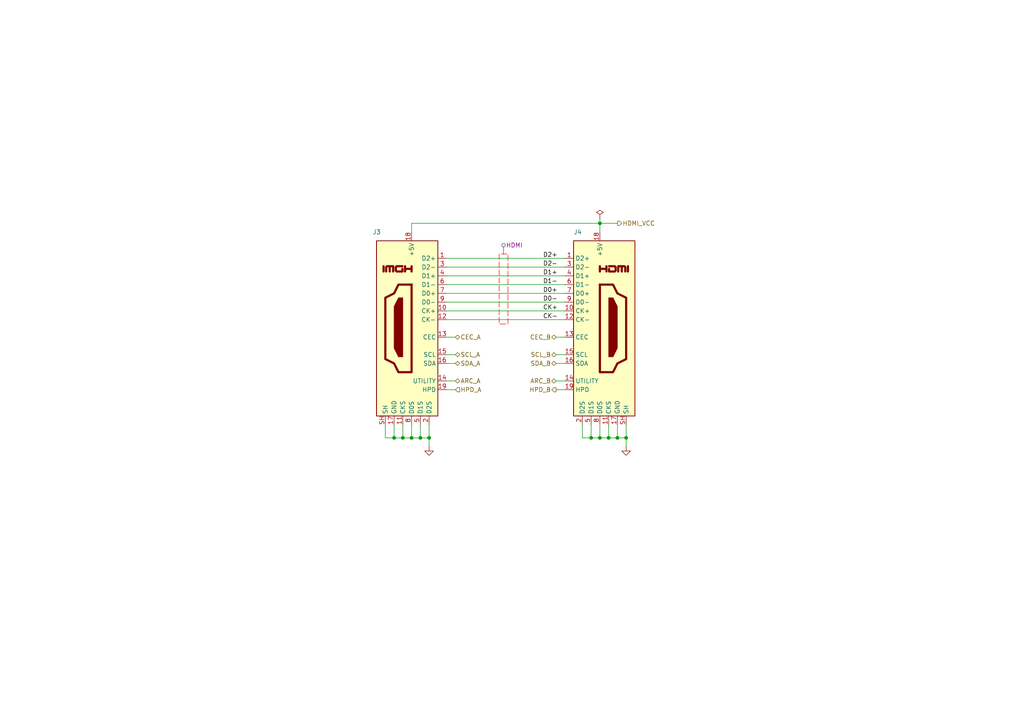
<source format=kicad_sch>
(kicad_sch (version 20250114) (generator "eeschema") (generator_version "9.0")
  (paper "A4")
  (lib_symbols
    (symbol "Connector:HDMI_A"
      (property "Reference" "J" (at -6.35 26.67 0))
      (property "Value" "HDMI_A" (at 10.16 26.67 0))
      (symbol "HDMI_A_0_0"
        (polyline (pts (xy 0 16.51) (xy 0 18.034) (xy 0 17.272) (xy 1.905 17.272) (xy 1.905 18.034) (xy 1.905 16.51)) (stroke (width 0.635)))
        (polyline (pts (xy 2.667 18.034) (xy 4.318 18.034) (xy 4.572 17.78) (xy 4.572 16.764) (xy 4.318 16.51) (xy 2.667 16.51) (xy 2.667 17.272)) (stroke (width 0.635)))
        (polyline (pts (xy 8.128 16.51) (xy 8.128 18.034)) (stroke (width 0.635)))
      )
      (symbol "HDMI_A_0_1"
        (rectangle (start -7.62 25.4) (end 10.16 -25.4) (stroke (width 0.254)) (fill (type background)))
        (polyline (pts (xy 0 12.7) (xy 0 -12.7) (xy 3.81 -12.7) (xy 5.08 -10.16) (xy 7.62 -8.89) (xy 7.62 8.89) (xy 5.08 10.16) (xy 3.81 12.7) (xy 0 12.7)) (stroke (width 0.635)))
        (polyline (pts (xy 2.54 8.89) (xy 3.81 8.89) (xy 5.08 6.35) (xy 5.08 -5.715) (xy 3.81 -8.255) (xy 2.54 -8.255) (xy 2.54 8.89)) (fill (type outline)))
        (polyline (pts (xy 5.334 16.51) (xy 5.334 18.034) (xy 6.35 18.034) (xy 6.35 16.51) (xy 6.35 18.034) (xy 7.112 18.034) (xy 7.366 17.78) (xy 7.366 16.51)) (stroke (width 0.635)))
      )
      (symbol "HDMI_A_1_1"
        (pin passive line (at -10.16 20.32 0) (length 2.54) (name "D2+") (number "1"))
        (pin passive line (at -10.16 17.78 0) (length 2.54) (name "D2-") (number "3"))
        (pin passive line (at -10.16 15.24 0) (length 2.54) (name "D1+") (number "4"))
        (pin passive line (at -10.16 12.7 0) (length 2.54) (name "D1-") (number "6"))
        (pin passive line (at -10.16 10.16 0) (length 2.54) (name "D0+") (number "7"))
        (pin passive line (at -10.16 7.62 0) (length 2.54) (name "D0-") (number "9"))
        (pin passive line (at -10.16 5.08 0) (length 2.54) (name "CK+") (number "10"))
        (pin passive line (at -10.16 2.54 0) (length 2.54) (name "CK-") (number "12"))
        (pin bidirectional line (at -10.16 -2.54 0) (length 2.54) (name "CEC") (number "13"))
        (pin passive line (at -10.16 -7.62 0) (length 2.54) (name "SCL") (number "15"))
        (pin bidirectional line (at -10.16 -10.16 0) (length 2.54) (name "SDA") (number "16"))
        (pin passive line (at -10.16 -15.24 0) (length 2.54) (name "UTILITY") (number "14"))
        (pin passive line (at -10.16 -17.78 0) (length 2.54) (name "HPD") (number "19"))
        (pin power_in line (at -5.08 -27.94 90) (length 2.54) (name "D2S") (number "2"))
        (pin power_in line (at -2.54 -27.94 90) (length 2.54) (name "D1S") (number "5"))
        (pin power_in line (at 0 27.94 270) (length 2.54) (name "+5V") (number "18"))
        (pin power_in line (at 0 -27.94 90) (length 2.54) (name "D0S") (number "8"))
        (pin power_in line (at 2.54 -27.94 90) (length 2.54) (name "CKS") (number "11"))
        (pin power_in line (at 5.08 -27.94 90) (length 2.54) (name "GND") (number "17"))
        (pin passive line (at 7.62 -27.94 90) (length 2.54) (name "SH") (number "SH"))
      )
    )
    (symbol "power:GND" (power) (pin_numbers (hide yes)) (pin_names (offset 0) (hide yes))
      (property "Value" "GND" (at 0 -3.81 0))
      (symbol "GND_0_1"
        (polyline (pts (xy 0 0) (xy 0 -1.27) (xy 1.27 -1.27) (xy 0 -2.54) (xy -1.27 -1.27) (xy 0 -1.27)))
      )
      (symbol "GND_1_1"
        (pin power_in line (at 0 0 270) (length 0) (name "~") (number "1"))
      )
    )
    (symbol "power:PWR_FLAG" (power) (pin_numbers (hide yes)) (pin_names (offset 0) (hide yes))
      (property "Value" "PWR_FLAG" (at 0 3.81 0))
      (symbol "PWR_FLAG_0_0"
        (pin power_out line (at 0 0 90) (length 0) (name "~") (number "1"))
      )
      (symbol "PWR_FLAG_0_1"
        (polyline (pts (xy 0 0) (xy 0 1.27) (xy -1.016 1.905) (xy 0 2.54) (xy 1.016 1.905) (xy 0 1.27)))
      )
    )
  )
  (junction (at 121.92 127))
  (junction (at 179.07 127))
  (junction (at 181.61 127))
  (junction (at 116.84 127))
  (junction (at 119.38 127))
  (junction (at 173.99 127))
  (junction (at 176.53 127))
  (junction (at 114.3 127))
  (junction (at 173.99 64.77))
  (junction (at 124.46 127))
  (junction (at 171.45 127))
  (wire (pts (xy 161.29 102.87) (xy 163.83 102.87)))
  (wire (pts (xy 173.99 63.5) (xy 173.99 64.77)))
  (wire (pts (xy 129.54 74.93) (xy 163.83 74.93)))
  (wire (pts (xy 176.53 127) (xy 179.07 127)))
  (wire (pts (xy 129.54 110.49) (xy 132.08 110.49)))
  (wire (pts (xy 161.29 97.79) (xy 163.83 97.79)))
  (wire (pts (xy 129.54 80.01) (xy 163.83 80.01)))
  (wire (pts (xy 168.91 127) (xy 171.45 127)))
  (wire (pts (xy 124.46 129.54) (xy 124.46 127)))
  (wire (pts (xy 129.54 92.71) (xy 163.83 92.71)))
  (wire (pts (xy 121.92 123.19) (xy 121.92 127)))
  (wire (pts (xy 114.3 127) (xy 114.3 123.19)))
  (wire (pts (xy 173.99 64.77) (xy 179.07 64.77)))
  (wire (pts (xy 119.38 123.19) (xy 119.38 127)))
  (wire (pts (xy 116.84 123.19) (xy 116.84 127)))
  (wire (pts (xy 129.54 77.47) (xy 163.83 77.47)))
  (wire (pts (xy 181.61 129.54) (xy 181.61 127)))
  (wire (pts (xy 168.91 123.19) (xy 168.91 127)))
  (wire (pts (xy 124.46 127) (xy 121.92 127)))
  (wire (pts (xy 179.07 127) (xy 179.07 123.19)))
  (wire (pts (xy 181.61 127) (xy 181.61 123.19)))
  (wire (pts (xy 124.46 123.19) (xy 124.46 127)))
  (wire (pts (xy 111.76 127) (xy 114.3 127)))
  (wire (pts (xy 121.92 127) (xy 119.38 127)))
  (wire (pts (xy 171.45 127) (xy 171.45 123.19)))
  (wire (pts (xy 173.99 127) (xy 176.53 127)))
  (wire (pts (xy 161.29 113.03) (xy 163.83 113.03)))
  (wire (pts (xy 119.38 64.77) (xy 173.99 64.77)))
  (wire (pts (xy 129.54 102.87) (xy 132.08 102.87)))
  (wire (pts (xy 129.54 87.63) (xy 163.83 87.63)))
  (wire (pts (xy 173.99 67.31) (xy 173.99 64.77)))
  (wire (pts (xy 129.54 82.55) (xy 163.83 82.55)))
  (wire (pts (xy 176.53 127) (xy 176.53 123.19)))
  (wire (pts (xy 179.07 127) (xy 181.61 127)))
  (wire (pts (xy 173.99 127) (xy 173.99 123.19)))
  (wire (pts (xy 119.38 127) (xy 116.84 127)))
  (wire (pts (xy 129.54 97.79) (xy 132.08 97.79)))
  (wire (pts (xy 129.54 90.17) (xy 163.83 90.17)))
  (wire (pts (xy 171.45 127) (xy 173.99 127)))
  (wire (pts (xy 119.38 64.77) (xy 119.38 67.31)))
  (wire (pts (xy 129.54 85.09) (xy 163.83 85.09)))
  (wire (pts (xy 161.29 105.41) (xy 163.83 105.41)))
  (wire (pts (xy 129.54 105.41) (xy 132.08 105.41)))
  (wire (pts (xy 161.29 110.49) (xy 163.83 110.49)))
  (wire (pts (xy 111.76 123.19) (xy 111.76 127)))
  (wire (pts (xy 129.54 113.03) (xy 132.08 113.03)))
  (wire (pts (xy 116.84 127) (xy 114.3 127)))
  (label "D2-" (at 157.48 77.47 0))
  (label "D1+" (at 157.48 80.01 0))
  (label "D1-" (at 157.48 82.55 0))
  (label "D2+" (at 157.48 74.93 0))
  (label "D0+" (at 157.48 85.09 0))
  (label "CK+" (at 157.48 90.17 0))
  (label "CK-" (at 157.48 92.71 0))
  (label "D0-" (at 157.48 87.63 0))
  (hierarchical_label "HPD_B" (shape output) (at 161.29 113.03 180))
  (hierarchical_label "ARC_B" (shape bidirectional) (at 161.29 110.49 180))
  (hierarchical_label "SDA_A" (shape bidirectional) (at 132.08 105.41 0))
  (hierarchical_label "HPD_A" (shape input) (at 132.08 113.03 0))
  (hierarchical_label "CEC_B" (shape bidirectional) (at 161.29 97.79 180))
  (hierarchical_label "HDMI_VCC" (shape output) (at 179.07 64.77 0))
  (hierarchical_label "CEC_A" (shape bidirectional) (at 132.08 97.79 0))
  (hierarchical_label "SDA_B" (shape bidirectional) (at 161.29 105.41 180))
  (hierarchical_label "ARC_A" (shape bidirectional) (at 132.08 110.49 0))
  (hierarchical_label "SCL_B" (shape bidirectional) (at 161.29 102.87 180))
  (hierarchical_label "SCL_A" (shape bidirectional) (at 132.08 102.87 0))
  (rule_area (polyline (pts (xy 147.32 93.98) (xy 147.32 73.66) (xy 144.78 73.66) (xy 144.78 93.98)) (stroke (width 0) (type dash))))
  (netclass_flag "" (length 2.54) (shape round) (at 146.05 73.66 0) (property "Netclass" "HDMI" (at 146.7485 71.12 0) (effects (justify left))))
  (symbol (lib_id "Connector:HDMI_A") (at 173.99 95.25 0) (unit 1)
    (property "Reference" "J4" (at 166.37 67.31 0) (effects (justify left)))
    (property "Value" "HYC10-HDMIA19-600B" (effects (hide yes)))
    (property "Footprint" "Connector_Video:HDMI_A_Molex_208658-1001_Horizontal" (effects (hide yes)))
    (property "Datasheet" "https://en.wikipedia.org/wiki/HDMI" (effects (hide yes)))
    (property "LCSC" "C341098" (effects (hide yes)))
    (property "MPN" "Molex_208658" (effects (hide yes)))
  )
  (symbol (lib_id "Connector:HDMI_A") (at 119.38 95.25 0) (mirror y) (unit 1)
    (property "Reference" "J3" (at 110.49 67.31 0) (effects (justify left)))
    (property "Value" "HYC10-HDMIA19-600B" (effects (hide yes)))
    (property "Footprint" "Connector_Video:HDMI_A_Molex_208658-1001_Horizontal" (effects (hide yes)))
    (property "Datasheet" "https://en.wikipedia.org/wiki/HDMI" (effects (hide yes)))
    (property "LCSC" "C341098" (effects (hide yes)))
    (property "MPN" "Molex_208658" (effects (hide yes)))
  )
  (symbol (lib_id "power:GND") (at 124.46 129.54 0) (unit 1)
    (property "Reference" "#PWR021" (effects (hide yes)))
    (property "Value" "GND" (effects (hide yes)))
  )
  (symbol (lib_id "power:GND") (at 181.61 129.54 0) (unit 1)
    (property "Reference" "#PWR022" (effects (hide yes)))
    (property "Value" "GND" (effects (hide yes)))
  )
  (symbol (lib_id "power:PWR_FLAG") (at 173.99 63.5 0) (unit 1)
    (property "Reference" "#FLG02" (effects (hide yes)))
    (property "Value" "PWR_FLAG" (effects (hide yes)))
    (property "Description" "Special symbol for telling ERC where power comes from" (effects (hide yes)))
  )
)
</source>
